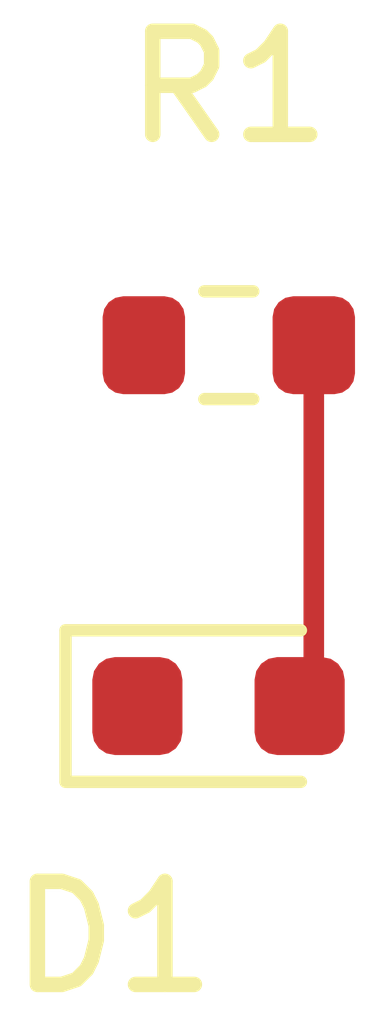
<source format=kicad_pcb>
(kicad_pcb (version 20241229) (generator "pcbnew") (generator_version "9.0")
  (layers (0 "F.Cu" signal) (2 "B.Cu" signal) (13 "F.Paste" user) (15 "B.Paste" user) (5 "F.SilkS" user "F.Silkscreen") (7 "B.SilkS" user "B.Silkscreen") (1 "F.Mask" user) (3 "B.Mask" user) (25 "Edge.Cuts" user))
  (net 0 "")
  (net 1 "VCC")
  (net 2 "LED_ANODE")
  (net 3 "GND")
  (footprint "LED_0603_1608Metric:LED_0603_1608Metric" (layer "F.Cu") (at 148.4 104.5)
    (property "Reference" "D1" (at -1.02 2.245 0) (layer "F.SilkS"))
    (property "Value" "LED RED" (hide yes))
    (fp_line (start -1.485 -0.735) (end -1.485 0.735) (stroke (width 0.12)) (layer "F.SilkS"))
    (fp_line (start -1.485 0.735) (end 0.8 0.735) (stroke (width 0.12)) (layer "F.SilkS"))
    (fp_line (start 0.8 -0.735) (end -1.485 -0.735) (stroke (width 0.12)) (layer "F.SilkS"))
    (pad "1" smd roundrect (at -0.7875 0) (size 0.875 0.95) (layers "F.Cu" "F.Mask" "F.Paste") (net 3 "GND"))
    (pad "2" smd roundrect (at 0.7875 0) (size 0.875 0.95) (layers "F.Cu" "F.Mask" "F.Paste") (net 2 "LED_ANODE"))
  )
  (footprint "R_0603_1608Metric:R_0603_1608Metric" (layer "F.Cu") (at 148.5 101)
    (property "Reference" "R1" (at 0 -2.5 0) (layer "F.SilkS"))
    (property "Value" "330" (hide yes))
    (fp_line (start -0.237258 -0.5225) (end 0.237258 -0.5225) (stroke (width 0.12)) (layer "F.SilkS"))
    (fp_line (start -0.237258 0.5225) (end 0.237258 0.5225) (stroke (width 0.12)) (layer "F.SilkS"))
    (pad "1" smd roundrect (at -0.825 0) (size 0.8 0.95) (layers "F.Cu" "F.Mask" "F.Paste") (net 1 "VCC"))
    (pad "2" smd roundrect (at 0.825 0) (size 0.8 0.95) (layers "F.Cu" "F.Mask" "F.Paste") (net 2 "LED_ANODE"))
  )
  (segment (start 149.325 101) (end 149.325 104.3625) (width 0.2) (layer "F.Cu") (net 2))
  (segment (start 149.325 104.3625) (end 149.1875 104.5) (width 0.2) (layer "F.Cu") (net 2))
)
</source>
